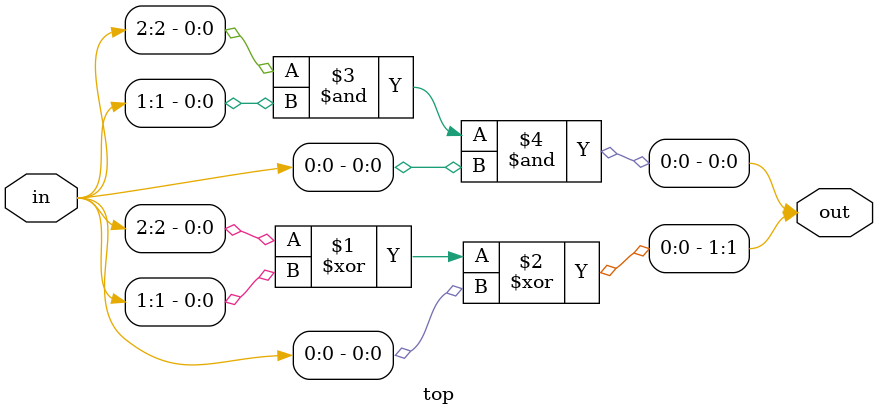
<source format=sv>
module top (
	input [2:0] in,
	output [1:0] out
);
    assign out[1] = in[2] ^ in[1] ^ in[0];
    assign out[0] = in[2] & in[1] & in[0];
endmodule

</source>
